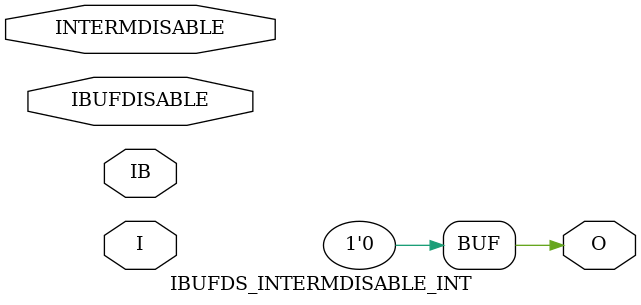
<source format=v>
module IBUFDS_INTERMDISABLE_INT(	// file.cleaned.mlir:2:3
  input  I,	// file.cleaned.mlir:2:42
         IB,	// file.cleaned.mlir:2:54
         IBUFDISABLE,	// file.cleaned.mlir:2:67
         INTERMDISABLE,	// file.cleaned.mlir:2:89
  output O	// file.cleaned.mlir:2:114
);

  assign O = 1'h0;	// file.cleaned.mlir:3:14, :4:5
endmodule


</source>
